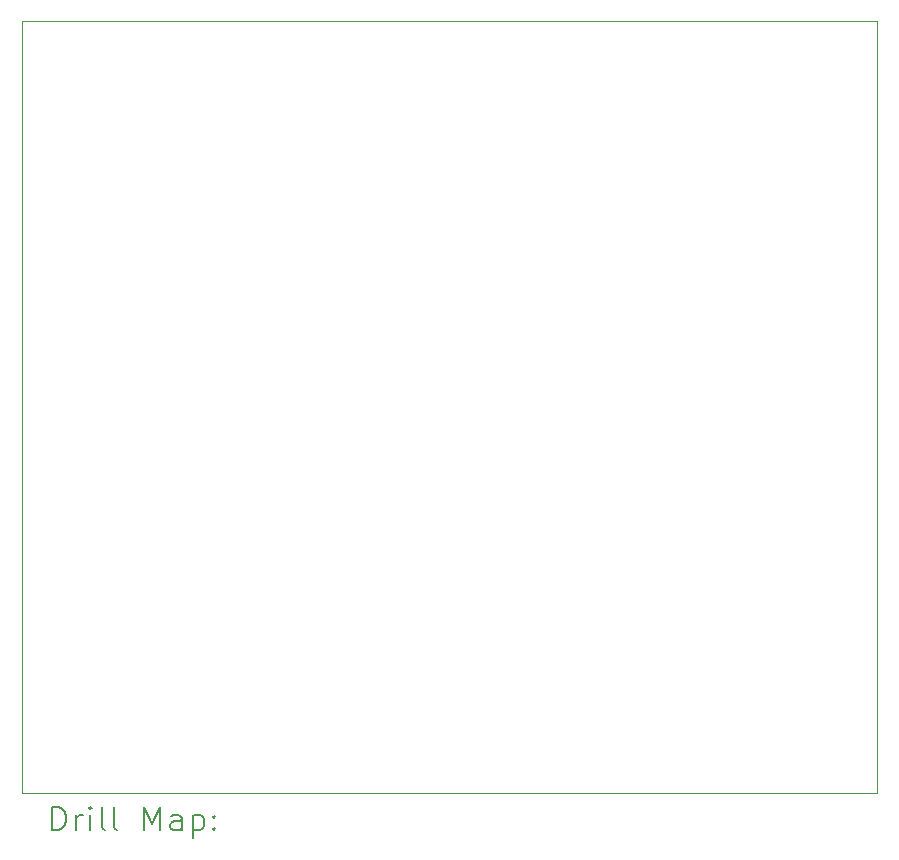
<source format=gbr>
%TF.GenerationSoftware,KiCad,Pcbnew,7.0.7*%
%TF.CreationDate,2023-10-29T13:56:51+00:00*%
%TF.ProjectId,AD3 Front End Amplifier,41443320-4672-46f6-9e74-20456e642041,rev?*%
%TF.SameCoordinates,Original*%
%TF.FileFunction,Drillmap*%
%TF.FilePolarity,Positive*%
%FSLAX45Y45*%
G04 Gerber Fmt 4.5, Leading zero omitted, Abs format (unit mm)*
G04 Created by KiCad (PCBNEW 7.0.7) date 2023-10-29 13:56:51*
%MOMM*%
%LPD*%
G01*
G04 APERTURE LIST*
%ADD10C,0.100000*%
%ADD11C,0.200000*%
G04 APERTURE END LIST*
D10*
X8930640Y-8902700D02*
X16170910Y-8902700D01*
X16170910Y-15443200D01*
X8930640Y-15443200D01*
X8930640Y-8902700D01*
D11*
X9186417Y-15759684D02*
X9186417Y-15559684D01*
X9186417Y-15559684D02*
X9234036Y-15559684D01*
X9234036Y-15559684D02*
X9262607Y-15569208D01*
X9262607Y-15569208D02*
X9281655Y-15588255D01*
X9281655Y-15588255D02*
X9291179Y-15607303D01*
X9291179Y-15607303D02*
X9300703Y-15645398D01*
X9300703Y-15645398D02*
X9300703Y-15673969D01*
X9300703Y-15673969D02*
X9291179Y-15712065D01*
X9291179Y-15712065D02*
X9281655Y-15731112D01*
X9281655Y-15731112D02*
X9262607Y-15750160D01*
X9262607Y-15750160D02*
X9234036Y-15759684D01*
X9234036Y-15759684D02*
X9186417Y-15759684D01*
X9386417Y-15759684D02*
X9386417Y-15626350D01*
X9386417Y-15664446D02*
X9395941Y-15645398D01*
X9395941Y-15645398D02*
X9405464Y-15635874D01*
X9405464Y-15635874D02*
X9424512Y-15626350D01*
X9424512Y-15626350D02*
X9443560Y-15626350D01*
X9510226Y-15759684D02*
X9510226Y-15626350D01*
X9510226Y-15559684D02*
X9500703Y-15569208D01*
X9500703Y-15569208D02*
X9510226Y-15578731D01*
X9510226Y-15578731D02*
X9519750Y-15569208D01*
X9519750Y-15569208D02*
X9510226Y-15559684D01*
X9510226Y-15559684D02*
X9510226Y-15578731D01*
X9634036Y-15759684D02*
X9614988Y-15750160D01*
X9614988Y-15750160D02*
X9605464Y-15731112D01*
X9605464Y-15731112D02*
X9605464Y-15559684D01*
X9738798Y-15759684D02*
X9719750Y-15750160D01*
X9719750Y-15750160D02*
X9710226Y-15731112D01*
X9710226Y-15731112D02*
X9710226Y-15559684D01*
X9967369Y-15759684D02*
X9967369Y-15559684D01*
X9967369Y-15559684D02*
X10034036Y-15702541D01*
X10034036Y-15702541D02*
X10100703Y-15559684D01*
X10100703Y-15559684D02*
X10100703Y-15759684D01*
X10281655Y-15759684D02*
X10281655Y-15654922D01*
X10281655Y-15654922D02*
X10272131Y-15635874D01*
X10272131Y-15635874D02*
X10253084Y-15626350D01*
X10253084Y-15626350D02*
X10214988Y-15626350D01*
X10214988Y-15626350D02*
X10195941Y-15635874D01*
X10281655Y-15750160D02*
X10262607Y-15759684D01*
X10262607Y-15759684D02*
X10214988Y-15759684D01*
X10214988Y-15759684D02*
X10195941Y-15750160D01*
X10195941Y-15750160D02*
X10186417Y-15731112D01*
X10186417Y-15731112D02*
X10186417Y-15712065D01*
X10186417Y-15712065D02*
X10195941Y-15693017D01*
X10195941Y-15693017D02*
X10214988Y-15683493D01*
X10214988Y-15683493D02*
X10262607Y-15683493D01*
X10262607Y-15683493D02*
X10281655Y-15673969D01*
X10376893Y-15626350D02*
X10376893Y-15826350D01*
X10376893Y-15635874D02*
X10395941Y-15626350D01*
X10395941Y-15626350D02*
X10434036Y-15626350D01*
X10434036Y-15626350D02*
X10453084Y-15635874D01*
X10453084Y-15635874D02*
X10462607Y-15645398D01*
X10462607Y-15645398D02*
X10472131Y-15664446D01*
X10472131Y-15664446D02*
X10472131Y-15721588D01*
X10472131Y-15721588D02*
X10462607Y-15740636D01*
X10462607Y-15740636D02*
X10453084Y-15750160D01*
X10453084Y-15750160D02*
X10434036Y-15759684D01*
X10434036Y-15759684D02*
X10395941Y-15759684D01*
X10395941Y-15759684D02*
X10376893Y-15750160D01*
X10557845Y-15740636D02*
X10567369Y-15750160D01*
X10567369Y-15750160D02*
X10557845Y-15759684D01*
X10557845Y-15759684D02*
X10548322Y-15750160D01*
X10548322Y-15750160D02*
X10557845Y-15740636D01*
X10557845Y-15740636D02*
X10557845Y-15759684D01*
X10557845Y-15635874D02*
X10567369Y-15645398D01*
X10567369Y-15645398D02*
X10557845Y-15654922D01*
X10557845Y-15654922D02*
X10548322Y-15645398D01*
X10548322Y-15645398D02*
X10557845Y-15635874D01*
X10557845Y-15635874D02*
X10557845Y-15654922D01*
M02*

</source>
